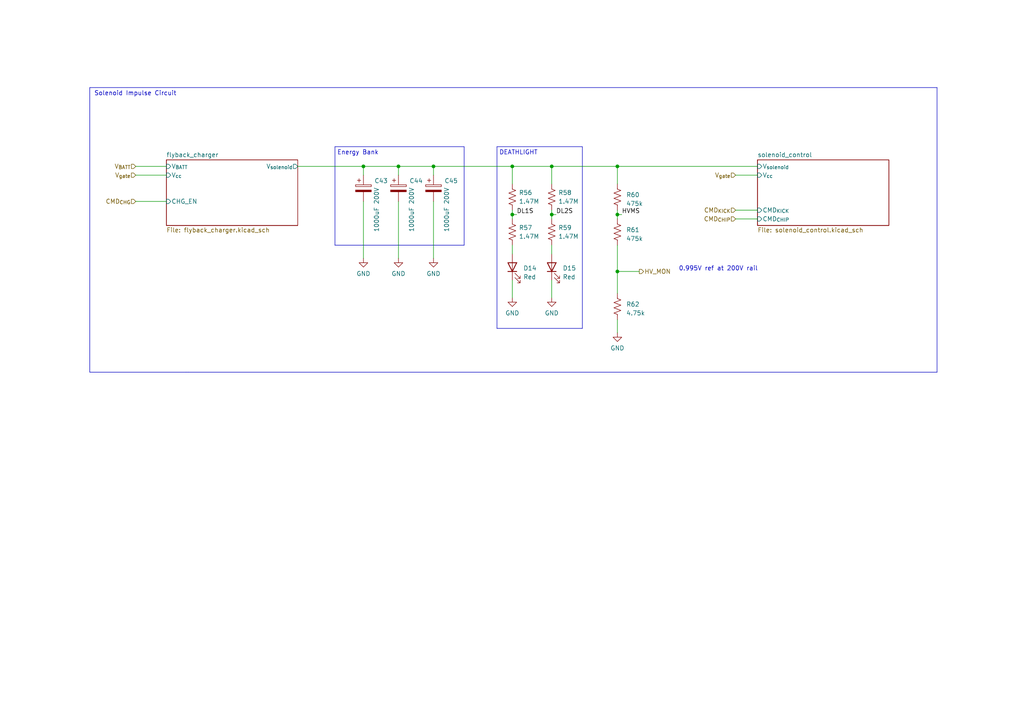
<source format=kicad_sch>
(kicad_sch (version 20230121) (generator eeschema)
  (paper "A4")
  (title_block (title "Kicker v3.0") (date "2023-11-07") (rev "0") (company "SSL A-Team") (comment 1 "Author: William Stuckey"))
  (lib_symbols
    (symbol "Device:C_Polarized" (pin_numbers hide) (pin_names (offset 0.254))
      (property "Reference" "C" (at 0.635 2.54 0))
      (property "Value" "C_Polarized" (at 0.635 -2.54 0))
      (symbol "C_Polarized_0_1"
        (rectangle (start -2.286 0.508) (end 2.286 1.016))
        (polyline (pts (xy -1.778 2.286) (xy -0.762 2.286)))
        (polyline (pts (xy -1.27 2.794) (xy -1.27 1.778)))
        (rectangle (start 2.286 -0.508) (end -2.286 -1.016) (fill (type outline)))
      )
      (symbol "C_Polarized_1_1"
        (pin passive line (at 0 3.81 270) (length 2.794) (name "~") (number "1"))
        (pin passive line (at 0 -3.81 90) (length 2.794) (name "~") (number "2"))
      )
    )
    (symbol "Device:LED" (pin_numbers hide) (pin_names (offset 1.016) hide)
      (property "Reference" "D" (at 0 2.54 0))
      (property "Value" "LED" (at 0 -2.54 0))
      (symbol "LED_0_1"
        (polyline (pts (xy -1.27 -1.27) (xy -1.27 1.27)) (stroke (width 0.254)))
        (polyline (pts (xy -1.27 0) (xy 1.27 0)))
        (polyline (pts (xy 1.27 -1.27) (xy 1.27 1.27) (xy -1.27 0) (xy 1.27 -1.27)) (stroke (width 0.254)))
        (polyline (pts (xy -3.048 -0.762) (xy -4.572 -2.286) (xy -3.81 -2.286) (xy -4.572 -2.286) (xy -4.572 -1.524)))
        (polyline (pts (xy -1.778 -0.762) (xy -3.302 -2.286) (xy -2.54 -2.286) (xy -3.302 -2.286) (xy -3.302 -1.524)))
      )
      (symbol "LED_1_1"
        (pin passive line (at -3.81 0 0) (length 2.54) (name "K") (number "1"))
        (pin passive line (at 3.81 0 180) (length 2.54) (name "A") (number "2"))
      )
    )
    (symbol "Device:R_US" (pin_numbers hide) (pin_names (offset 0))
      (property "Reference" "R" (at 2.54 0 90))
      (property "Value" "R_US" (at -2.54 0 90))
      (symbol "R_US_0_1"
        (polyline (pts (xy 0 -2.286) (xy 0 -2.54)))
        (polyline (pts (xy 0 2.286) (xy 0 2.54)))
        (polyline (pts (xy 0 -0.762) (xy 1.016 -1.143) (xy 0 -1.524) (xy -1.016 -1.905) (xy 0 -2.286)))
        (polyline (pts (xy 0 0.762) (xy 1.016 0.381) (xy 0 0) (xy -1.016 -0.381) (xy 0 -0.762)))
        (polyline (pts (xy 0 2.286) (xy 1.016 1.905) (xy 0 1.524) (xy -1.016 1.143) (xy 0 0.762)))
      )
      (symbol "R_US_1_1"
        (pin passive line (at 0 3.81 270) (length 1.27) (name "~") (number "1"))
        (pin passive line (at 0 -3.81 90) (length 1.27) (name "~") (number "2"))
      )
    )
    (symbol "power:GND" (power) (pin_names (offset 0))
      (property "Value" "GND" (at 0 -3.81 0))
      (symbol "GND_0_1"
        (polyline (pts (xy 0 0) (xy 0 -1.27) (xy 1.27 -1.27) (xy 0 -2.54) (xy -1.27 -1.27) (xy 0 -1.27)))
      )
      (symbol "GND_1_1"
        (pin power_in line (at 0 0 270) (length 0) hide (name "GND") (number "1"))
      )
    )
  )
  (junction (at 179.07 78.74))
  (junction (at 105.41 48.26))
  (junction (at 148.59 48.26))
  (junction (at 125.73 48.26))
  (junction (at 160.02 48.26))
  (junction (at 160.02 62.23))
  (junction (at 148.59 62.23))
  (junction (at 179.07 48.26))
  (junction (at 179.07 62.23))
  (junction (at 115.57 48.26))
  (polyline (pts (xy 168.91 42.545) (xy 168.91 95.25)))
  (wire (pts (xy 179.07 78.74) (xy 185.42 78.74)))
  (wire (pts (xy 39.37 48.26) (xy 48.26 48.26)))
  (wire (pts (xy 148.59 62.23) (xy 149.86 62.23)))
  (wire (pts (xy 160.02 62.23) (xy 161.29 62.23)))
  (wire (pts (xy 105.41 48.26) (xy 105.41 50.8)))
  (wire (pts (xy 179.07 92.71) (xy 179.07 96.52)))
  (wire (pts (xy 160.02 71.12) (xy 160.02 73.66)))
  (wire (pts (xy 179.07 62.23) (xy 179.07 63.5)))
  (wire (pts (xy 39.37 50.8) (xy 48.26 50.8)))
  (wire (pts (xy 115.57 48.26) (xy 115.57 50.8)))
  (polyline (pts (xy 26.035 107.95) (xy 26.035 25.4)))
  (polyline (pts (xy 271.78 107.95) (xy 54.61 107.95)))
  (wire (pts (xy 213.36 50.8) (xy 219.71 50.8)))
  (wire (pts (xy 148.59 62.23) (xy 148.59 63.5)))
  (wire (pts (xy 105.41 58.42) (xy 105.41 74.93)))
  (wire (pts (xy 148.59 71.12) (xy 148.59 73.66)))
  (polyline (pts (xy 144.145 42.545) (xy 144.145 95.25)))
  (polyline (pts (xy 144.145 42.545) (xy 168.91 42.545)))
  (wire (pts (xy 148.59 60.96) (xy 148.59 62.23)))
  (wire (pts (xy 39.37 58.42) (xy 48.26 58.42)))
  (wire (pts (xy 179.07 71.12) (xy 179.07 78.74)))
  (polyline (pts (xy 168.91 95.25) (xy 144.145 95.25)))
  (wire (pts (xy 179.07 78.74) (xy 179.07 85.09)))
  (wire (pts (xy 148.59 53.34) (xy 148.59 48.26)))
  (wire (pts (xy 115.57 48.26) (xy 125.73 48.26)))
  (wire (pts (xy 179.07 62.23) (xy 180.34 62.23)))
  (wire (pts (xy 125.73 48.26) (xy 148.59 48.26)))
  (wire (pts (xy 213.36 63.5) (xy 219.71 63.5)))
  (polyline (pts (xy 97.155 42.545) (xy 134.62 42.545)))
  (polyline (pts (xy 97.155 42.545) (xy 97.155 71.12)))
  (wire (pts (xy 160.02 81.28) (xy 160.02 86.36)))
  (wire (pts (xy 160.02 60.96) (xy 160.02 62.23)))
  (polyline (pts (xy 53.975 107.95) (xy 26.035 107.95)))
  (polyline (pts (xy 97.155 71.12) (xy 134.62 71.12)))
  (wire (pts (xy 213.36 60.96) (xy 219.71 60.96)))
  (wire (pts (xy 115.57 58.42) (xy 115.57 74.93)))
  (wire (pts (xy 105.41 48.26) (xy 115.57 48.26)))
  (wire (pts (xy 125.73 48.26) (xy 125.73 50.8)))
  (wire (pts (xy 148.59 48.26) (xy 160.02 48.26)))
  (wire (pts (xy 160.02 62.23) (xy 160.02 63.5)))
  (polyline (pts (xy 134.62 71.12) (xy 134.62 42.545)))
  (wire (pts (xy 86.36 48.26) (xy 105.41 48.26)))
  (wire (pts (xy 148.59 81.28) (xy 148.59 86.36)))
  (wire (pts (xy 179.07 53.34) (xy 179.07 48.26)))
  (polyline (pts (xy 54.61 107.95) (xy 53.975 107.95)))
  (polyline (pts (xy 271.78 25.4) (xy 271.78 107.95)))
  (wire (pts (xy 125.73 58.42) (xy 125.73 74.93)))
  (wire (pts (xy 179.07 60.96) (xy 179.07 62.23)))
  (polyline (pts (xy 26.035 25.4) (xy 271.78 25.4)))
  (wire (pts (xy 160.02 48.26) (xy 179.07 48.26)))
  (wire (pts (xy 179.07 48.26) (xy 219.71 48.26)))
  (wire (pts (xy 160.02 53.34) (xy 160.02 48.26)))
  (text "0.995V ref at 200V rail" (at 196.85 78.74 0) (effects (font (size 1.27 1.27)) (justify left bottom)))
  (text "Solenoid Impulse Circuit" (at 27.305 27.94 0) (effects (font (size 1.27 1.27)) (justify left bottom)))
  (text "DEATHLIGHT" (at 144.78 45.085 0) (effects (font (size 1.27 1.27)) (justify left bottom)))
  (text "Energy Bank" (at 97.79 45.085 0) (effects (font (size 1.27 1.27)) (justify left bottom)))
  (label "DL2S" (at 161.29 62.23 0))
  (label "HVMS" (at 180.34 62.23 0))
  (label "DL1S" (at 149.86 62.23 0))
  (hierarchical_label "CMD_{CHG}" (shape input) (at 39.37 58.42 180))
  (hierarchical_label "V_{gate}" (shape input) (at 39.37 50.8 180))
  (hierarchical_label "CMD_{CHIP}" (shape input) (at 213.36 63.5 180))
  (hierarchical_label "CMD_{KICK}" (shape input) (at 213.36 60.96 180))
  (hierarchical_label "V_{BATT}" (shape input) (at 39.37 48.26 180))
  (hierarchical_label "HV_MON" (shape output) (at 185.42 78.74 0))
  (hierarchical_label "V_{gate}" (shape input) (at 213.36 50.8 180))
  (symbol (lib_id "Device:C_Polarized") (at 105.41 54.61 0) (unit 1)
    (property "Reference" "C43" (at 108.585 52.4509 0) (effects (justify left)))
    (property "Value" "1000uF 200V" (at 109.22 67.31 90) (effects (justify left)))
    (property "Footprint" "Capacitor_THT:CP_Radial_D25.0mm_P10.00mm_SnapIn" (effects hide))
    (instances (project "kicker" (path "" (reference "C43") (unit 1))) (project "kicker" (path "" (reference "C6") (unit 1))))
  )
  (symbol (lib_id "Device:R_US") (at 160.02 57.15 0) (unit 1)
    (property "Reference" "R58" (at 161.925 55.8799 0) (effects (justify left)))
    (property "Value" "1.47M" (at 161.925 58.4199 0) (effects (justify left)))
    (property "Footprint" "Resistor_SMD:R_0805_2012Metric" (effects hide))
    (property "LCSC" "C228598" (effects hide))
    (instances (project "kicker" (path "" (reference "R58") (unit 1))) (project "kicker" (path "" (reference "R11") (unit 1))))
  )
  (symbol (lib_id "Device:R_US") (at 179.07 67.31 0) (unit 1)
    (property "Reference" "R61" (at 181.61 66.675 0) (effects (justify left)))
    (property "Value" "475k" (at 181.61 69.215 0) (effects (justify left)))
    (property "Footprint" "Resistor_SMD:R_0805_2012Metric" (effects hide))
    (property "LCSC" "C407442" (effects hide))
    (instances (project "kicker" (path "" (reference "R61") (unit 1))) (project "kicker" (path "" (reference "R14") (unit 1))))
  )
  (symbol (lib_id "power:GND") (at 148.59 86.36 0) (unit 1)
    (property "Reference" "#PWR0100" (effects hide))
    (property "Value" "GND" (at 148.59 90.805 0))
    (instances (project "kicker" (path "" (reference "#PWR0100") (unit 1))) (project "kicker" (path "" (reference "#PWR034") (unit 1))))
  )
  (symbol (lib_id "Device:R_US") (at 179.07 88.9 0) (unit 1)
    (property "Reference" "R62" (at 181.61 88.265 0) (effects (justify left)))
    (property "Value" "4.75k" (at 181.61 90.805 0) (effects (justify left)))
    (property "Footprint" "Resistor_SMD:R_0402_1005Metric" (effects hide))
    (property "LCSC" "C854352" (effects hide))
    (instances (project "kicker" (path "" (reference "R62") (unit 1))) (project "kicker" (path "" (reference "R15") (unit 1))))
  )
  (symbol (lib_id "Device:R_US") (at 148.59 67.31 0) (unit 1)
    (property "Reference" "R57" (at 150.495 66.0399 0) (effects (justify left)))
    (property "Value" "1.47M" (at 150.495 68.5799 0) (effects (justify left)))
    (property "Footprint" "Resistor_SMD:R_0805_2012Metric" (effects hide))
    (property "LCSC" "C228598" (effects hide))
    (instances (project "kicker" (path "" (reference "R57") (unit 1))) (project "kicker" (path "" (reference "R10") (unit 1))))
  )
  (symbol (lib_id "Device:R_US") (at 179.07 57.15 0) (unit 1)
    (property "Reference" "R60" (at 181.61 56.515 0) (effects (justify left)))
    (property "Value" "475k" (at 181.61 59.055 0) (effects (justify left)))
    (property "Footprint" "Resistor_SMD:R_0805_2012Metric" (effects hide))
    (property "LCSC" "C407442" (effects hide))
    (instances (project "kicker" (path "" (reference "R60") (unit 1))) (project "kicker" (path "" (reference "R13") (unit 1))))
  )
  (symbol (lib_id "power:GND") (at 105.41 74.93 0) (unit 1)
    (property "Reference" "#PWR097" (effects hide))
    (property "Value" "GND" (at 105.41 79.375 0))
    (instances (project "kicker" (path "" (reference "#PWR097") (unit 1))) (project "kicker" (path "" (reference "#PWR027") (unit 1))))
  )
  (symbol (lib_id "power:GND") (at 179.07 96.52 0) (unit 1)
    (property "Reference" "#PWR0102" (effects hide))
    (property "Value" "GND" (at 179.07 100.965 0))
    (instances (project "kicker" (path "" (reference "#PWR0102") (unit 1))) (project "kicker" (path "" (reference "#PWR037") (unit 1))))
  )
  (symbol (lib_id "power:GND") (at 115.57 74.93 0) (unit 1)
    (property "Reference" "#PWR098" (effects hide))
    (property "Value" "GND" (at 115.57 79.375 0))
    (instances (project "kicker" (path "" (reference "#PWR098") (unit 1))) (project "kicker" (path "" (reference "#PWR029") (unit 1))))
  )
  (symbol (lib_id "Device:R_US") (at 148.59 57.15 0) (unit 1)
    (property "Reference" "R56" (at 150.495 55.8799 0) (effects (justify left)))
    (property "Value" "1.47M" (at 150.495 58.4199 0) (effects (justify left)))
    (property "Footprint" "Resistor_SMD:R_0805_2012Metric" (effects hide))
    (property "LCSC" "C228598" (effects hide))
    (instances (project "kicker" (path "" (reference "R56") (unit 1))) (project "kicker" (path "" (reference "R9") (unit 1))))
  )
  (symbol (lib_id "Device:C_Polarized") (at 125.73 54.61 0) (unit 1)
    (property "Reference" "C45" (at 128.905 52.4509 0) (effects (justify left)))
    (property "Value" "1000uF 200V" (at 129.54 67.31 90) (effects (justify left)))
    (property "Footprint" "Capacitor_THT:CP_Radial_D25.0mm_P10.00mm_SnapIn" (effects hide))
    (instances (project "kicker" (path "" (reference "C45") (unit 1))) (project "kicker" (path "" (reference "C9") (unit 1))))
  )
  (symbol (lib_id "power:GND") (at 125.73 74.93 0) (unit 1)
    (property "Reference" "#PWR099" (effects hide))
    (property "Value" "GND" (at 125.73 79.375 0))
    (instances (project "kicker" (path "" (reference "#PWR099") (unit 1))) (project "kicker" (path "" (reference "#PWR031") (unit 1))))
  )
  (symbol (lib_id "power:GND") (at 160.02 86.36 0) (unit 1)
    (property "Reference" "#PWR0101" (effects hide))
    (property "Value" "GND" (at 160.02 90.805 0))
    (instances (project "kicker" (path "" (reference "#PWR0101") (unit 1))) (project "kicker" (path "" (reference "#PWR036") (unit 1))))
  )
  (symbol (lib_id "Device:R_US") (at 160.02 67.31 0) (unit 1)
    (property "Reference" "R59" (at 161.925 66.0399 0) (effects (justify left)))
    (property "Value" "1.47M" (at 161.925 68.5799 0) (effects (justify left)))
    (property "Footprint" "Resistor_SMD:R_0805_2012Metric" (effects hide))
    (property "LCSC" "C228598" (effects hide))
    (instances (project "kicker" (path "" (reference "R59") (unit 1))) (project "kicker" (path "" (reference "R12") (unit 1))))
  )
  (symbol (lib_id "Device:LED") (at 160.02 77.47 90) (unit 1)
    (property "Reference" "D15" (at 163.195 77.7874 90) (effects (justify right)))
    (property "Value" "Red" (at 163.195 80.3274 90) (effects (justify right)))
    (property "Footprint" "AT-LED:APA1606" (effects hide))
    (property "Datasheet" "https://datasheet.lcsc.com/lcsc/2305112030_Kingbright-APA1606SURCK_C3034753.pdf" (effects hide))
    (property "LCSC" "C3034753" (effects hide))
    (instances (project "kicker" (path "" (reference "D15") (unit 1))) (project "kicker" (path "" (reference "D8") (unit 1))))
  )
  (symbol (lib_id "Device:C_Polarized") (at 115.57 54.61 0) (unit 1)
    (property "Reference" "C44" (at 118.745 52.4509 0) (effects (justify left)))
    (property "Value" "1000uF 200V" (at 119.38 67.31 90) (effects (justify left)))
    (property "Footprint" "Capacitor_THT:CP_Radial_D25.0mm_P10.00mm_SnapIn" (effects hide))
    (instances (project "kicker" (path "" (reference "C44") (unit 1))) (project "kicker" (path "" (reference "C7") (unit 1))))
  )
  (symbol (lib_id "Device:LED") (at 148.59 77.47 90) (unit 1)
    (property "Reference" "D14" (at 151.765 77.7874 90) (effects (justify right)))
    (property "Value" "Red" (at 151.765 80.3274 90) (effects (justify right)))
    (property "Footprint" "AT-LED:APA1606" (effects hide))
    (property "Datasheet" "https://datasheet.lcsc.com/lcsc/2305112030_Kingbright-APA1606SURCK_C3034753.pdf" (effects hide))
    (property "LCSC" "C3034753" (effects hide))
    (instances (project "kicker" (path "" (reference "D14") (unit 1))) (project "kicker" (path "" (reference "D8") (unit 1))))
  )
  (sheet (at 48.26 46.355) (size 38.1 19.05) (stroke (width 0.1524))
    (property "Sheetname" "flyback_charger" (at 48.26 45.6434 0) (effects (justify left bottom)))
    (property "Sheetfile" "flyback_charger.kicad_sch" (at 48.26 65.9896 0) (effects (justify left top)))
    (pin "CHG_EN" input (at 48.26 58.42 180))
    (pin "V_{BATT}" input (at 48.26 48.26 180))
    (pin "V_{cc}" input (at 48.26 50.8 180))
    (pin "V_{solenoid}" output (at 86.36 48.26 0))
  )
  (sheet (at 219.71 46.355) (size 38.1 19.05) (stroke (width 0.1524))
    (property "Sheetname" "solenoid_control" (at 219.71 45.6434 0) (effects (justify left bottom)))
    (property "Sheetfile" "solenoid_control.kicad_sch" (at 219.71 65.9896 0) (effects (justify left top)))
    (pin "V_{cc}" input (at 219.71 50.8 180))
    (pin "CMD_{CHIP}" input (at 219.71 63.5 180))
    (pin "V_{solenoid}" input (at 219.71 48.26 180))
    (pin "CMD_{KICK}" input (at 219.71 60.96 180))
  )
)
</source>
